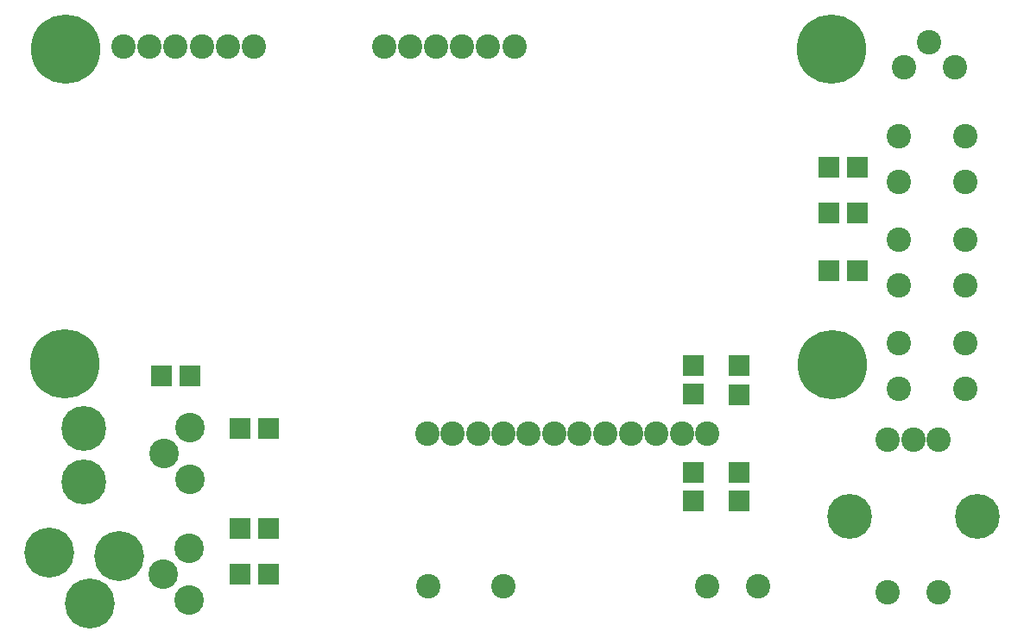
<source format=gbr>
%FSLAX34Y34*%
%MOMM*%
%LNSOLDERMASK_BOTTOM*%
G71*
G01*
%ADD10C, 4.90*%
%ADD11C, 2.40*%
%ADD12C, 4.40*%
%ADD13C, 2.90*%
%ADD14C, 4.40*%
%ADD15C, 6.80*%
%ADD16C, 1.00*%
%ADD17R, 2.00X2.00*%
%LPD*%
X97020Y78004D02*
G54D10*
D03*
X28758Y81179D02*
G54D10*
D03*
X673900Y198563D02*
G54D11*
D03*
X648900Y198562D02*
G54D11*
D03*
X623900Y198562D02*
G54D11*
D03*
X498900Y198562D02*
G54D11*
D03*
X473900Y198562D02*
G54D11*
D03*
X473900Y48562D02*
G54D11*
D03*
X673900Y48562D02*
G54D11*
D03*
X723900Y48562D02*
G54D11*
D03*
X62845Y151107D02*
G54D12*
D03*
X62845Y203107D02*
G54D12*
D03*
X598891Y198562D02*
G54D11*
D03*
X573888Y198562D02*
G54D11*
D03*
X548488Y198562D02*
G54D11*
D03*
X524278Y198562D02*
G54D11*
D03*
X424288Y198166D02*
G54D11*
D03*
X399288Y198165D02*
G54D11*
D03*
X449666Y198166D02*
G54D11*
D03*
X400082Y48562D02*
G54D11*
D03*
X927100Y287462D02*
G54D11*
D03*
X862100Y287462D02*
G54D11*
D03*
X862100Y242462D02*
G54D11*
D03*
X927100Y242462D02*
G54D11*
D03*
X927100Y490662D02*
G54D11*
D03*
X862100Y490662D02*
G54D11*
D03*
X862100Y445662D02*
G54D11*
D03*
X927100Y445662D02*
G54D11*
D03*
X68786Y31168D02*
G54D10*
D03*
X891778Y582591D02*
G54D11*
D03*
X866778Y557591D02*
G54D11*
D03*
X916778Y557590D02*
G54D11*
D03*
X166866Y204093D02*
G54D13*
D03*
X141466Y178693D02*
G54D13*
D03*
X166866Y153293D02*
G54D13*
D03*
X900900Y192212D02*
G54D11*
D03*
X850900Y192212D02*
G54D11*
D03*
X875900Y192212D02*
G54D11*
D03*
X900900Y42212D02*
G54D11*
D03*
X850900Y42212D02*
G54D11*
D03*
X938400Y117212D02*
G54D14*
D03*
X813400Y117212D02*
G54D14*
D03*
X927100Y389062D02*
G54D11*
D03*
X862100Y389062D02*
G54D11*
D03*
X862100Y344062D02*
G54D11*
D03*
X927100Y344062D02*
G54D11*
D03*
X165675Y85428D02*
G54D13*
D03*
X140275Y60028D02*
G54D13*
D03*
X165675Y34628D02*
G54D13*
D03*
X101049Y578179D02*
G54D11*
D03*
X126449Y578180D02*
G54D11*
D03*
X151849Y578180D02*
G54D11*
D03*
X178440Y578180D02*
G54D11*
D03*
X203840Y578179D02*
G54D11*
D03*
X229240Y578180D02*
G54D11*
D03*
X357034Y578180D02*
G54D11*
D03*
X382434Y578180D02*
G54D11*
D03*
X407834Y578180D02*
G54D11*
D03*
X433234Y578180D02*
G54D11*
D03*
X458634Y578179D02*
G54D11*
D03*
X485224Y578179D02*
G54D11*
D03*
X796131Y265510D02*
G54D15*
D03*
X820131Y265510D02*
G54D16*
D03*
X813102Y248539D02*
G54D16*
D03*
X796131Y241510D02*
G54D16*
D03*
X779161Y248539D02*
G54D16*
D03*
X772131Y265510D02*
G54D16*
D03*
X779161Y282480D02*
G54D16*
D03*
X796131Y289510D02*
G54D16*
D03*
X813102Y282480D02*
G54D16*
D03*
X795338Y575469D02*
G54D15*
D03*
X819338Y575469D02*
G54D16*
D03*
X812308Y558498D02*
G54D16*
D03*
X795338Y551469D02*
G54D16*
D03*
X778367Y558498D02*
G54D16*
D03*
X771338Y575469D02*
G54D16*
D03*
X778367Y592440D02*
G54D16*
D03*
X795338Y599469D02*
G54D16*
D03*
X812308Y592440D02*
G54D16*
D03*
X44450Y575469D02*
G54D15*
D03*
X68450Y575469D02*
G54D16*
D03*
X61421Y558498D02*
G54D16*
D03*
X44450Y551469D02*
G54D16*
D03*
X27480Y558498D02*
G54D16*
D03*
X20450Y575469D02*
G54D16*
D03*
X27480Y592440D02*
G54D16*
D03*
X44450Y599469D02*
G54D16*
D03*
X61421Y592440D02*
G54D16*
D03*
X44053Y267097D02*
G54D15*
D03*
X68053Y267097D02*
G54D16*
D03*
X61024Y250127D02*
G54D16*
D03*
X44053Y243097D02*
G54D16*
D03*
X27083Y250127D02*
G54D16*
D03*
X20053Y267097D02*
G54D16*
D03*
X27083Y284068D02*
G54D16*
D03*
X44053Y291097D02*
G54D16*
D03*
X61024Y284068D02*
G54D16*
D03*
X243706Y203596D02*
G54D17*
D03*
X215706Y203596D02*
G54D17*
D03*
X138866Y254893D02*
G54D17*
D03*
X166866Y254893D02*
G54D17*
D03*
X792916Y459681D02*
G54D17*
D03*
X820916Y459681D02*
G54D17*
D03*
X792916Y415231D02*
G54D17*
D03*
X820916Y415231D02*
G54D17*
D03*
X792916Y358081D02*
G54D17*
D03*
X820916Y358081D02*
G54D17*
D03*
X660400Y160462D02*
G54D17*
D03*
X660400Y132462D02*
G54D17*
D03*
X215900Y104900D02*
G54D17*
D03*
X243900Y104900D02*
G54D17*
D03*
X215900Y60450D02*
G54D17*
D03*
X243900Y60450D02*
G54D17*
D03*
X704850Y160462D02*
G54D17*
D03*
X704850Y132462D02*
G54D17*
D03*
X704850Y236662D02*
G54D17*
D03*
X704850Y264662D02*
G54D17*
D03*
X660400Y265237D02*
G54D17*
D03*
X660400Y237237D02*
G54D17*
D03*
M02*

</source>
